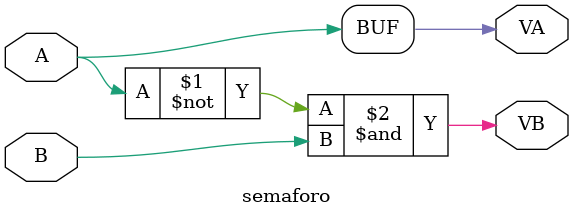
<source format=v>
module semaforo(A, B, VA, VB);

    input A, B;
    output VA, VB;

    assign VA= A;
    assign VB= ~A & B;

endmodule
</source>
